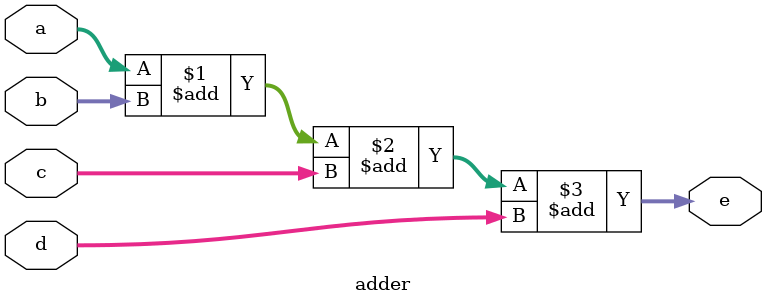
<source format=v>
`timescale 1ns / 1ps

    module adder #
    (
        parameter integer WIDTH = 2
    )(
        input wire [WIDTH - 1 : 0] a,
        input wire [WIDTH - 1 : 0] b,
        input wire [WIDTH - 1 : 0] c,
        input wire [WIDTH - 1 : 0] d,
        
        output wire [WIDTH - 1 + 2 : 0] e
    );

    assign e = a + b + c + d;
    
    endmodule /* adder */
</source>
